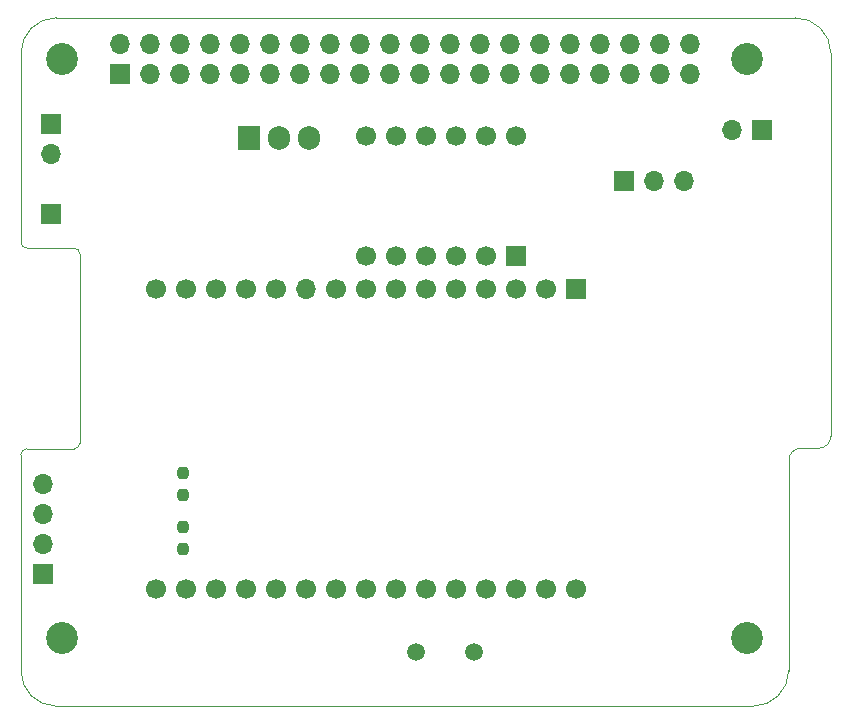
<source format=gbs>
%TF.GenerationSoftware,KiCad,Pcbnew,(6.0.7)*%
%TF.CreationDate,2022-09-16T22:58:04+02:00*%
%TF.ProjectId,peugeot_projekt,70657567-656f-4745-9f70-726f6a656b74,rev?*%
%TF.SameCoordinates,Original*%
%TF.FileFunction,Soldermask,Bot*%
%TF.FilePolarity,Negative*%
%FSLAX46Y46*%
G04 Gerber Fmt 4.6, Leading zero omitted, Abs format (unit mm)*
G04 Created by KiCad (PCBNEW (6.0.7)) date 2022-09-16 22:58:04*
%MOMM*%
%LPD*%
G01*
G04 APERTURE LIST*
G04 Aperture macros list*
%AMRoundRect*
0 Rectangle with rounded corners*
0 $1 Rounding radius*
0 $2 $3 $4 $5 $6 $7 $8 $9 X,Y pos of 4 corners*
0 Add a 4 corners polygon primitive as box body*
4,1,4,$2,$3,$4,$5,$6,$7,$8,$9,$2,$3,0*
0 Add four circle primitives for the rounded corners*
1,1,$1+$1,$2,$3*
1,1,$1+$1,$4,$5*
1,1,$1+$1,$6,$7*
1,1,$1+$1,$8,$9*
0 Add four rect primitives between the rounded corners*
20,1,$1+$1,$2,$3,$4,$5,0*
20,1,$1+$1,$4,$5,$6,$7,0*
20,1,$1+$1,$6,$7,$8,$9,0*
20,1,$1+$1,$8,$9,$2,$3,0*%
G04 Aperture macros list end*
%TA.AperFunction,Profile*%
%ADD10C,0.100000*%
%TD*%
%ADD11C,2.700000*%
%ADD12R,1.905000X2.000000*%
%ADD13O,1.905000X2.000000*%
%ADD14C,1.700000*%
%ADD15O,1.700000X1.700000*%
%ADD16R,1.700000X1.700000*%
%ADD17C,1.500000*%
%ADD18RoundRect,0.237500X-0.237500X0.250000X-0.237500X-0.250000X0.237500X-0.250000X0.237500X0.250000X0*%
G04 APERTURE END LIST*
D10*
X265000000Y-149286000D02*
X265024000Y-131458000D01*
X268579958Y-97003320D02*
G75*
G03*
X265532000Y-94003320I-3000358J20D01*
G01*
X204500000Y-130500000D02*
X200499127Y-130500001D01*
X200000000Y-131000000D02*
X200000000Y-149286000D01*
X205000000Y-114000000D02*
X205000000Y-130000000D01*
X265532000Y-94003320D02*
X203000000Y-94000000D01*
X200499127Y-130500001D02*
G75*
G03*
X200000000Y-131000000I873J-499999D01*
G01*
X204500000Y-130500000D02*
G75*
G03*
X205000000Y-130000000I0J500000D01*
G01*
X203000000Y-152286000D02*
X262000000Y-152286000D01*
X203000000Y-94000000D02*
G75*
G03*
X200000000Y-97000000I0J-3000000D01*
G01*
X200000000Y-113000000D02*
G75*
G03*
X200500000Y-113500000I500000J0D01*
G01*
X266040000Y-130442000D02*
X267564000Y-130442000D01*
X200000000Y-149286000D02*
G75*
G03*
X203000000Y-152286000I3000000J0D01*
G01*
X205000000Y-114000000D02*
G75*
G03*
X204500000Y-113500000I-500000J0D01*
G01*
X262000000Y-152286000D02*
G75*
G03*
X265000000Y-149286000I0J3000000D01*
G01*
X268580000Y-129426000D02*
X268580000Y-97003320D01*
X266040000Y-130442000D02*
G75*
G03*
X265024000Y-131458000I0J-1016000D01*
G01*
X267564000Y-130442000D02*
G75*
G03*
X268580000Y-129426000I0J1016000D01*
G01*
X200000000Y-97000000D02*
X200000000Y-113000000D01*
X200500000Y-113500000D02*
X204500000Y-113500000D01*
D11*
X203500000Y-97500000D03*
X261500000Y-97500000D03*
X203500000Y-146500000D03*
X261500000Y-146500000D03*
D12*
X219304000Y-104209000D03*
D13*
X221844000Y-104209000D03*
X224384000Y-104209000D03*
D14*
X211430000Y-142380000D03*
X213970000Y-142380000D03*
X216510000Y-142380000D03*
X219050000Y-142380000D03*
X221590000Y-142380000D03*
X224130000Y-142380000D03*
X226670000Y-142380000D03*
X229210000Y-142380000D03*
X231750000Y-142380000D03*
X234290000Y-142380000D03*
X236830000Y-142380000D03*
X239370000Y-142380000D03*
X241910000Y-142380000D03*
X244450000Y-142380000D03*
X246990000Y-142380000D03*
X211430000Y-116980000D03*
X213970000Y-116980000D03*
X216510000Y-116980000D03*
X219050000Y-116980000D03*
X221590000Y-116980000D03*
D15*
X224130000Y-116980000D03*
D14*
X226670000Y-116980000D03*
X229210000Y-116980000D03*
X231750000Y-116980000D03*
X234290000Y-116980000D03*
X236830000Y-116980000D03*
X239370000Y-116980000D03*
X241910000Y-116980000D03*
X244450000Y-116980000D03*
D16*
X246990000Y-116980000D03*
X251054000Y-107836000D03*
D15*
X253594000Y-107836000D03*
X256134000Y-107836000D03*
D16*
X202540000Y-110630000D03*
X201835000Y-141100000D03*
D15*
X201835000Y-138560000D03*
X201835000Y-136020000D03*
X201835000Y-133480000D03*
D16*
X202540000Y-103010000D03*
D15*
X202540000Y-105550000D03*
D14*
X241910000Y-104026000D03*
X239370000Y-104026000D03*
X236830000Y-104026000D03*
X234290000Y-104026000D03*
X231750000Y-104026000D03*
X229210000Y-104026000D03*
D16*
X241910000Y-114186000D03*
D14*
X239370000Y-114186000D03*
X236830000Y-114186000D03*
X234290000Y-114186000D03*
X231750000Y-114186000D03*
X229210000Y-114186000D03*
D17*
X238354000Y-147714000D03*
X233454000Y-147714000D03*
D16*
X208370000Y-98770000D03*
D15*
X208370000Y-96230000D03*
X210910000Y-98770000D03*
X210910000Y-96230000D03*
X213450000Y-98770000D03*
X213450000Y-96230000D03*
X215990000Y-98770000D03*
X215990000Y-96230000D03*
X218530000Y-98770000D03*
X218530000Y-96230000D03*
X221070000Y-98770000D03*
X221070000Y-96230000D03*
X223610000Y-98770000D03*
X223610000Y-96230000D03*
X226150000Y-98770000D03*
X226150000Y-96230000D03*
X228690000Y-98770000D03*
X228690000Y-96230000D03*
X231230000Y-98770000D03*
X231230000Y-96230000D03*
X233770000Y-98770000D03*
X233770000Y-96230000D03*
X236310000Y-98770000D03*
X236310000Y-96230000D03*
X238850000Y-98770000D03*
X238850000Y-96230000D03*
X241390000Y-98770000D03*
X241390000Y-96230000D03*
X243930000Y-98770000D03*
X243930000Y-96230000D03*
X246470000Y-98770000D03*
X246470000Y-96230000D03*
X249010000Y-98770000D03*
X249010000Y-96230000D03*
X251550000Y-98770000D03*
X251550000Y-96230000D03*
X254090000Y-98770000D03*
X254090000Y-96230000D03*
X256630000Y-98770000D03*
X256630000Y-96230000D03*
D18*
X213716000Y-137149500D03*
X213716000Y-138974500D03*
D16*
X262770000Y-103500000D03*
D15*
X260230000Y-103500000D03*
D18*
X213716000Y-132577500D03*
X213716000Y-134402500D03*
M02*

</source>
